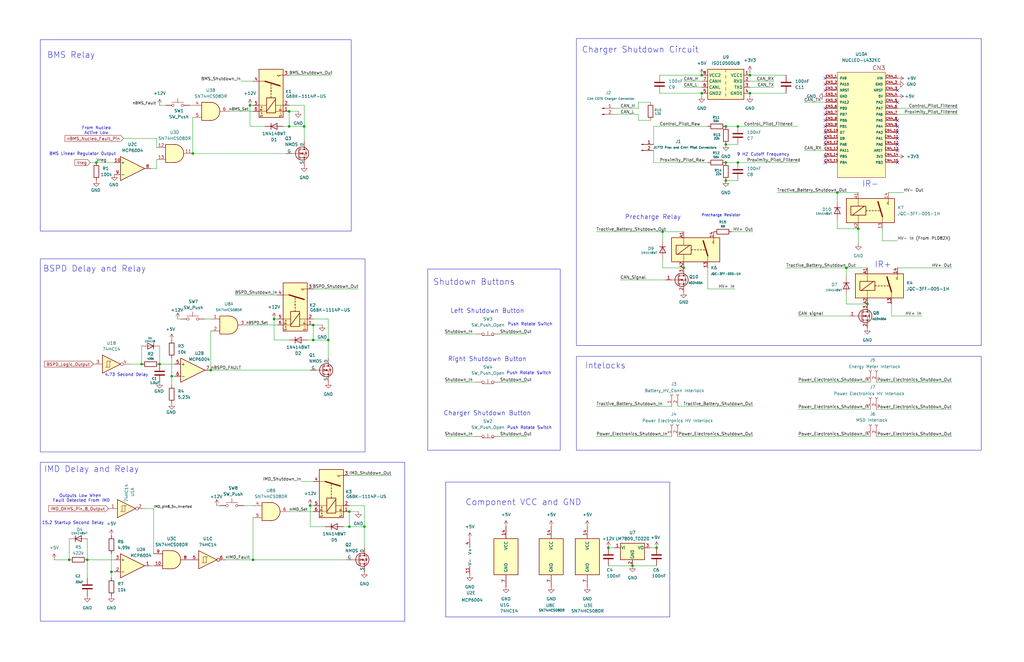
<source format=kicad_sch>
(kicad_sch (version 20250114) (generator "eeschema") (generator_version "9.0")
  (paper "B")
  (rectangle (start 187.96 203.454) (end 282.448 260.35))
  (rectangle (start 17.018 109.22) (end 153.924 190.754))
  (rectangle (start 243.078 16.256) (end 413.766 145.796))
  (rectangle (start 17.018 16.764) (end 148.082 97.536))
  (rectangle (start 17.018 195.072) (end 170.688 262.128))
  (rectangle (start 243.078 150.368) (end 413.766 189.992))
  (rectangle (start 180.34 113.538) (end 236.22 189.992))
  (text "Push Rotate Switch" (at 223.266 180.594 0) (effects (font (size 1.27 1.27))))
  (text "BSPD Delay and Relay" (at 39.878 113.538 0) (effects (font (size 2.54 2.54))))
  (text "Precharge Relay" (at 275.336 91.694 0) (effects (font (size 1.905 1.905))))
  (text "Charger Shutdown Button\n" (at 205.486 174.498 0) (effects (font (size 1.905 1.905))))
  (text "BMS Relay" (at 29.972 23.368 0) (effects (font (size 2.54 2.54))))
  (text "Charger Shutdown Circuit" (at 270.002 21.082 0) (effects (font (size 2.54 2.54))))
  (text "Right Shutdown Button" (at 205.486 151.638 0) (effects (font (size 1.905 1.905))))
  (text "Shutdown Buttons\n" (at 199.898 119.126 0) (effects (font (size 2.54 2.54))))
  (text "Left Shutdown Button\n" (at 205.486 131.318 0) (effects (font (size 1.905 1.905))))
  (text "Component VCC and GND" (at 220.726 212.09 0) (effects (font (size 2.54 2.54))))
  (text "BMS Linear Regulator Output" (at 34.798 65.024 0) (effects (font (size 1.27 1.27))))
  (text "15.2 Startup Second Delay\n" (at 30.734 220.726 0) (effects (font (size 1.27 1.27))))
  (text "Push Rotate Switch" (at 223.012 157.48 0) (effects (font (size 1.27 1.27))))
  (text "From Nucleo\nActive Low" (at 40.64 55.118 0) (effects (font (size 1.27 1.27))))
  (text "9 HZ Cutoff Frequency" (at 321.818 65.278 0) (effects (font (size 1.27 1.27))))
  (text "IR+" (at 372.364 111.76 0) (effects (font (size 2.54 2.54))))
  (text "IR-" (at 367.03 77.724 0) (effects (font (size 2.54 2.54))))
  (text "IMD Delay and Relay" (at 38.608 198.12 0) (effects (font (size 2.54 2.54))))
  (text "Intelocks" (at 255.27 154.432 0) (effects (font (size 2.54 2.54))))
  (text "4.73 Second Delay\n" (at 53.34 158.242 0) (effects (font (size 1.27 1.27))))
  (text "Precharge Resistor" (at 304.038 90.932 0) (effects (font (size 1.143 1.143))))
  (text "Push Rotate Switch" (at 223.52 136.906 0) (effects (font (size 1.27 1.27))))
  (text "Outputs Low When \nFault Detected From IMD" (at 34.29 210.312 0) (effects (font (size 1.27 1.27))))
  (junction (at 279.4 97.79))
  (junction (at 121.92 46.99))
  (junction (at 29.21 236.22))
  (junction (at 59.69 153.67))
  (junction (at 121.92 53.34))
  (junction (at 46.99 241.3))
  (junction (at 311.15 53.34))
  (junction (at 132.08 137.16))
  (junction (at 295.91 31.75))
  (junction (at 276.86 231.14))
  (junction (at 138.43 143.51))
  (junction (at 365.76 128.27))
  (junction (at 88.9 156.21))
  (junction (at 105.41 44.45))
  (junction (at 147.32 222.25))
  (junction (at 316.23 39.37))
  (junction (at 132.08 143.51))
  (junction (at 67.31 153.67))
  (junction (at 266.7 238.76))
  (junction (at 106.68 236.22))
  (junction (at 128.27 53.34))
  (junction (at 256.54 231.14))
  (junction (at 147.32 215.9))
  (junction (at 306.07 76.2))
  (junction (at 115.57 134.62))
  (junction (at 288.29 113.03))
  (junction (at 353.06 81.28))
  (junction (at 311.15 68.58))
  (junction (at 306.07 53.34))
  (junction (at 72.39 158.75))
  (junction (at 40.64 68.58))
  (junction (at 295.91 39.37))
  (junction (at 316.23 31.75))
  (junction (at 361.95 96.52))
  (junction (at 36.83 236.22))
  (junction (at 306.07 60.96))
  (junction (at 130.81 213.36))
  (junction (at 306.07 68.58))
  (junction (at 356.87 113.03))
  (junction (at 81.28 64.77))
  (junction (at 153.67 222.25))
  (no_connect (at 347.98 38.1))
  (no_connect (at 378.46 58.42))
  (no_connect (at 347.98 68.58))
  (no_connect (at 347.98 66.04))
  (no_connect (at 378.46 55.88))
  (no_connect (at 378.46 38.1))
  (no_connect (at 347.98 50.8))
  (no_connect (at 347.98 55.88))
  (no_connect (at 347.98 58.42))
  (no_connect (at 347.98 33.02))
  (no_connect (at 347.98 53.34))
  (no_connect (at 347.98 60.96))
  (no_connect (at 378.46 43.18))
  (no_connect (at 378.46 68.58))
  (no_connect (at 378.46 50.8))
  (no_connect (at 347.98 35.56))
  (no_connect (at 378.46 63.5))
  (no_connect (at 378.46 53.34))
  (no_connect (at 347.98 48.26))
  (no_connect (at 347.98 45.72))
  (no_connect (at 378.46 60.96))
  (wire (pts (xy 311.15 68.58) (xy 336.55 68.58)))
  (wire (pts (xy 135.89 137.16) (xy 132.08 137.16)))
  (wire (pts (xy 353.06 81.28) (xy 327.66 81.28)))
  (wire (pts (xy 316.23 34.29) (xy 326.39 34.29)))
  (wire (pts (xy 125.73 46.99) (xy 121.92 46.99)))
  (wire (pts (xy 311.15 53.34) (xy 336.55 53.34)))
  (wire (pts (xy 269.24 50.8) (xy 274.32 50.8)))
  (wire (pts (xy 115.57 134.62) (xy 115.57 143.51)))
  (wire (pts (xy 361.95 96.52) (xy 353.06 96.52)))
  (wire (pts (xy 369.57 184.15) (xy 401.32 184.15)))
  (wire (pts (xy 106.68 236.22) (xy 146.05 236.22)))
  (wire (pts (xy 256.54 231.14) (xy 259.08 231.14)))
  (wire (pts (xy 378.46 113.03) (xy 401.32 113.03)))
  (wire (pts (xy 128.27 44.45) (xy 128.27 53.34)))
  (wire (pts (xy 138.43 143.51) (xy 132.08 143.51)))
  (wire (pts (xy 111.76 53.34) (xy 105.41 53.34)))
  (wire (pts (xy 306.07 53.34) (xy 311.15 53.34)))
  (wire (pts (xy 130.81 213.36) (xy 130.81 222.25)))
  (wire (pts (xy 54.61 153.67) (xy 59.69 153.67)))
  (wire (pts (xy 256.54 238.76) (xy 266.7 238.76)))
  (wire (pts (xy 105.41 44.45) (xy 105.41 53.34)))
  (wire (pts (xy 372.11 101.6) (xy 378.46 101.6)))
  (wire (pts (xy 295.91 40.64) (xy 295.91 39.37)))
  (wire (pts (xy 336.55 184.15) (xy 367.03 184.15)))
  (wire (pts (xy 46.99 233.68) (xy 46.99 241.3)))
  (wire (pts (xy 74.93 134.62) (xy 76.2 134.62)))
  (wire (pts (xy 153.67 213.36) (xy 147.32 213.36)))
  (wire (pts (xy 210.82 184.15) (xy 222.25 184.15)))
  (wire (pts (xy 365.76 128.27) (xy 356.87 128.27)))
  (wire (pts (xy 339.09 63.5) (xy 347.98 63.5)))
  (wire (pts (xy 46.99 241.3) (xy 46.99 243.84)))
  (wire (pts (xy 378.46 45.72) (xy 403.86 45.72)))
  (wire (pts (xy 269.24 43.18) (xy 274.32 43.18)))
  (wire (pts (xy 36.83 236.22) (xy 36.83 243.84)))
  (wire (pts (xy 147.32 222.25) (xy 144.78 222.25)))
  (wire (pts (xy 153.67 222.25) (xy 147.32 222.25)))
  (wire (pts (xy 356.87 128.27) (xy 356.87 124.46)))
  (wire (pts (xy 339.09 43.18) (xy 347.98 43.18)))
  (wire (pts (xy 105.41 44.45) (xy 106.68 44.45)))
  (wire (pts (xy 336.55 172.72) (xy 367.03 172.72)))
  (wire (pts (xy 316.23 40.64) (xy 316.23 39.37)))
  (wire (pts (xy 67.31 146.05) (xy 67.31 153.67)))
  (wire (pts (xy 261.62 118.11) (xy 280.67 118.11)))
  (wire (pts (xy 210.82 140.97) (xy 222.25 140.97)))
  (wire (pts (xy 275.59 53.34) (xy 298.45 53.34)))
  (wire (pts (xy 88.9 139.7) (xy 88.9 156.21)))
  (wire (pts (xy 375.92 128.27) (xy 375.92 133.35)))
  (wire (pts (xy 356.87 113.03) (xy 365.76 113.03)))
  (wire (pts (xy 316.23 31.75) (xy 331.47 31.75)))
  (wire (pts (xy 288.29 36.83) (xy 295.91 36.83)))
  (wire (pts (xy 72.39 158.75) (xy 72.39 162.56)))
  (wire (pts (xy 22.86 236.22) (xy 29.21 236.22)))
  (wire (pts (xy 375.92 133.35) (xy 388.62 133.35)))
  (wire (pts (xy 52.07 58.42) (xy 66.04 58.42)))
  (wire (pts (xy 279.4 97.79) (xy 288.29 97.79)))
  (wire (pts (xy 266.7 238.76) (xy 276.86 238.76)))
  (wire (pts (xy 356.87 116.84) (xy 356.87 113.03)))
  (wire (pts (xy 308.61 97.79) (xy 317.5 97.79)))
  (wire (pts (xy 316.23 30.48) (xy 316.23 31.75)))
  (wire (pts (xy 128.27 53.34) (xy 121.92 53.34)))
  (wire (pts (xy 128.27 53.34) (xy 128.27 59.69)))
  (wire (pts (xy 138.43 134.62) (xy 132.08 134.62)))
  (wire (pts (xy 132.08 143.51) (xy 129.54 143.51)))
  (wire (pts (xy 40.64 68.58) (xy 48.26 68.58)))
  (wire (pts (xy 259.08 48.26) (xy 269.24 48.26)))
  (wire (pts (xy 38.1 68.58) (xy 40.64 68.58)))
  (wire (pts (xy 91.44 213.36) (xy 92.71 213.36)))
  (wire (pts (xy 285.75 184.15) (xy 317.5 184.15)))
  (wire (pts (xy 251.46 171.45) (xy 283.21 171.45)))
  (wire (pts (xy 130.81 213.36) (xy 132.08 213.36)))
  (wire (pts (xy 36.83 236.22) (xy 48.26 236.22)))
  (wire (pts (xy 115.57 134.62) (xy 116.84 134.62)))
  (wire (pts (xy 331.47 113.03) (xy 356.87 113.03)))
  (wire (pts (xy 139.7 31.75) (xy 121.92 31.75)))
  (wire (pts (xy 279.4 101.6) (xy 279.4 97.79)))
  (wire (pts (xy 285.75 171.45) (xy 317.5 171.45)))
  (wire (pts (xy 121.92 143.51) (xy 115.57 143.51)))
  (wire (pts (xy 298.45 121.92) (xy 309.88 121.92)))
  (wire (pts (xy 251.46 184.15) (xy 283.21 184.15)))
  (wire (pts (xy 278.13 39.37) (xy 295.91 39.37)))
  (wire (pts (xy 278.13 31.75) (xy 295.91 31.75)))
  (wire (pts (xy 46.99 241.3) (xy 48.26 241.3)))
  (wire (pts (xy 187.96 140.97) (xy 200.66 140.97)))
  (wire (pts (xy 153.67 213.36) (xy 153.67 222.25)))
  (wire (pts (xy 210.82 161.29) (xy 222.25 161.29)))
  (wire (pts (xy 99.06 124.46) (xy 116.84 124.46)))
  (wire (pts (xy 138.43 134.62) (xy 138.43 143.51)))
  (wire (pts (xy 288.29 113.03) (xy 279.4 113.03)))
  (wire (pts (xy 67.31 44.45) (xy 69.85 44.45)))
  (wire (pts (xy 106.68 236.22) (xy 106.68 218.44)))
  (wire (pts (xy 275.59 68.58) (xy 298.45 68.58)))
  (wire (pts (xy 151.13 121.92) (xy 132.08 121.92)))
  (wire (pts (xy 274.32 231.14) (xy 276.86 231.14)))
  (wire (pts (xy 275.59 63.5) (xy 275.59 68.58)))
  (wire (pts (xy 59.69 146.05) (xy 59.69 153.67)))
  (wire (pts (xy 378.46 48.26) (xy 403.86 48.26)))
  (wire (pts (xy 86.36 134.62) (xy 88.9 134.62)))
  (wire (pts (xy 72.39 158.75) (xy 73.66 158.75)))
  (wire (pts (xy 275.59 60.96) (xy 275.59 53.34)))
  (wire (pts (xy 369.57 161.29) (xy 401.32 161.29)))
  (wire (pts (xy 80.01 44.45) (xy 81.28 44.45)))
  (wire (pts (xy 306.07 60.96) (xy 311.15 60.96)))
  (wire (pts (xy 132.08 215.9) (xy 121.92 215.9)))
  (wire (pts (xy 316.23 36.83) (xy 326.39 36.83)))
  (wire (pts (xy 116.84 137.16) (xy 104.14 137.16)))
  (wire (pts (xy 316.23 39.37) (xy 331.47 39.37)))
  (wire (pts (xy 81.28 49.53) (xy 81.28 64.77)))
  (wire (pts (xy 353.06 96.52) (xy 353.06 92.71)))
  (wire (pts (xy 29.21 227.33) (xy 29.21 236.22)))
  (wire (pts (xy 36.83 227.33) (xy 36.83 236.22)))
  (wire (pts (xy 374.65 81.28) (xy 381 81.28)))
  (wire (pts (xy 88.9 156.21) (xy 130.81 156.21)))
  (wire (pts (xy 137.16 222.25) (xy 130.81 222.25)))
  (wire (pts (xy 251.46 97.79) (xy 279.4 97.79)))
  (wire (pts (xy 279.4 113.03) (xy 279.4 109.22)))
  (wire (pts (xy 269.24 45.72) (xy 269.24 43.18)))
  (wire (pts (xy 151.13 215.9) (xy 147.32 215.9)))
  (wire (pts (xy 63.5 238.76) (xy 64.77 238.76)))
  (wire (pts (xy 336.55 133.35) (xy 358.14 133.35)))
  (wire (pts (xy 106.68 46.99) (xy 96.52 46.99)))
  (wire (pts (xy 101.6 34.29) (xy 106.68 34.29)))
  (wire (pts (xy 165.1 200.66) (xy 147.32 200.66)))
  (wire (pts (xy 132.08 137.16) (xy 132.08 143.51)))
  (wire (pts (xy 372.11 96.52) (xy 372.11 101.6)))
  (wire (pts (xy 336.55 161.29) (xy 367.03 161.29)))
  (wire (pts (xy 120.65 64.77) (xy 81.28 64.77)))
  (wire (pts (xy 66.04 71.12) (xy 66.04 67.31)))
  (wire (pts (xy 64.77 214.63) (xy 60.96 214.63)))
  (wire (pts (xy 298.45 113.03) (xy 298.45 121.92)))
  (wire (pts (xy 121.92 53.34) (xy 119.38 53.34)))
  (wire (pts (xy 138.43 143.51) (xy 138.43 151.13)))
  (wire (pts (xy 153.67 222.25) (xy 153.67 231.14)))
  (wire (pts (xy 306.07 76.2) (xy 311.15 76.2)))
  (wire (pts (xy 353.06 81.28) (xy 361.95 81.28)))
  (wire (pts (xy 127 203.2) (xy 132.08 203.2)))
  (wire (pts (xy 106.68 213.36) (xy 102.87 213.36)))
  (wire (pts (xy 121.92 46.99) (xy 121.92 53.34)))
  (wire (pts (xy 95.25 236.22) (xy 106.68 236.22)))
  (wire (pts (xy 63.5 71.12) (xy 66.04 71.12)))
  (wire (pts (xy 72.39 151.13) (xy 72.39 158.75)))
  (wire (pts (xy 288.29 34.29) (xy 295.91 34.29)))
  (wire (pts (xy 361.95 96.52) (xy 361.95 102.87)))
  (wire (pts (xy 269.24 48.26) (xy 269.24 50.8)))
  (wire (pts (xy 369.57 172.72) (xy 401.32 172.72)))
  (wire (pts (xy 259.08 45.72) (xy 269.24 45.72)))
  (wire (pts (xy 353.06 85.09) (xy 353.06 81.28)))
  (wire (pts (xy 187.96 184.15) (xy 200.66 184.15)))
  (wire (pts (xy 187.96 161.29) (xy 200.66 161.29)))
  (wire (pts (xy 306.07 68.58) (xy 311.15 68.58)))
  (wire (pts (xy 67.31 153.67) (xy 73.66 153.67)))
  (wire (pts (xy 128.27 44.45) (xy 121.92 44.45)))
  (wire (pts (xy 66.04 58.42) (xy 66.04 62.23)))
  (wire (pts (xy 64.77 233.68) (xy 64.77 214.63)))
  (wire (pts (xy 147.32 215.9) (xy 147.32 222.25)))
  (label "CAN_L" (at 288.29 36.83 0))
  (label "CAN_RX" (at 326.39 34.29 180))
  (label "Control_Pilot_Filtered" (at 313.69 53.34 0))
  (label "Shutdown_Out" (at 210.82 184.15 0))
  (label "HV+ Out" (at 317.5 97.79 180))
  (label "HV- In (From PL082X)" (at 378.46 101.6 0))
  (label "Tractive_Battery_Shutdown_Out" (at 327.66 81.28 0))
  (label "Power_Electronics_Shutdown_Out" (at 401.32 184.15 180))
  (label "nBSPD_FAULT" (at 88.9 156.21 0))
  (label "Power_Electronics_Shutdown_In" (at 336.55 184.15 0))
  (label "Proximity_Pilot_Filtered" (at 403.86 48.26 180))
  (label "CAN_H" (at 288.29 34.29 0))
  (label "Power_Electronics_Shutdown_Out" (at 401.32 161.29 180))
  (label "CAN_Signal" (at 261.62 118.11 0))
  (label "Shutdown_In" (at 199.39 140.97 180))
  (label "Proximity_Pilot_Raw" (at 278.13 68.58 0))
  (label "nBSPD_Set" (at 113.03 137.16 180) (effects (font (size 1.143 1.143))))
  (label "CAN_RX" (at 339.09 63.5 0))
  (label "CAN_TX" (at 326.39 36.83 180))
  (label "nIMD_Fault" (at 105.41 236.22 180))
  (label "nIMD_Set" (at 121.92 215.9 0) (effects (font (size 1.143 1.143))))
  (label "IMD_pin8_5v_Inverted" (at 64.77 214.63 0) (effects (font (size 1.016 1.016))))
  (label "HV- Out" (at 381 81.28 0))
  (label "Tractive_Battery_Shutdown_Out" (at 251.46 97.79 0))
  (label "Shutdown_In" (at 199.39 161.29 180))
  (label "Power_Electronics_Shutdown_Out" (at 401.32 172.72 180))
  (label "CAN_TX" (at 339.09 43.18 0))
  (label "Tractive_Battery_Shutdown_Out" (at 331.47 113.03 0))
  (label "Control_Pilot_Filtered" (at 403.86 45.72 180))
  (label "Power_Electronics_Shutdown_In" (at 336.55 172.72 0))
  (label "Tractive_Battery_Shutdown_In" (at 251.46 171.45 0))
  (label "HV+ In" (at 309.88 121.92 180))
  (label "nBMS_Fault" (at 55.88 44.45 0) (effects (font (size 1.143 1.143))))
  (label "Proximity_Pilot_Filtered" (at 314.96 68.58 0))
  (label "BMS_Shutdown_Out" (at 121.92 31.75 0))
  (label "IMD_Shutdown_Out" (at 147.32 200.66 0))
  (label "HV+ Out" (at 401.32 113.03 180))
  (label "IMD_Shutdown_In" (at 127 203.2 180))
  (label "CAN_L" (at 261.62 48.26 0))
  (label "nBMS_Set" (at 96.52 46.99 0) (effects (font (size 1.143 1.143))))
  (label "Vreg" (at 40.64 68.58 0))
  (label "Power_Electronics_Shutdown_In" (at 336.55 161.29 0))
  (label "Control_Pilot_Raw" (at 278.13 53.34 0))
  (label "Shutdown_Out" (at 210.82 161.29 0))
  (label "Power_Electronics_Shutdown_Out" (at 317.5 184.15 180))
  (label "HV+ In" (at 388.62 133.35 180))
  (label "BSPD_Shutdown_In" (at 99.06 124.46 0))
  (label "Tractive_Battery_Shutdown_Out" (at 317.5 171.45 180))
  (label "Power_Electronics_Shutdown_In" (at 251.46 184.15 0))
  (label "Shutdown_Out" (at 210.82 140.97 0))
  (label "BSPD_Shutdown_Out" (at 151.13 121.92 180))
  (label "BMS_Shutdown_In" (at 101.6 34.29 180))
  (label "CAN_H" (at 261.62 45.72 0))
  (label "CAN signal" (at 336.55 133.35 0))
  (label "Shutdown_In" (at 199.39 184.15 180))
  (global_label "Vreg" (shape input) (at 38.1 68.58 180) (property "Intersheetrefs" "${INTERSHEET_REFS}" (effects (hide yes))))
  (global_label "BSPD_Logic_Output" (shape input) (at 39.37 153.67 180) (property "Intersheetrefs" "${INTERSHEET_REFS}" (effects (hide yes))))
  (global_label "nBMS_Nucleo_Fault_Pin" (shape input) (at 52.07 58.42 180) (property "Intersheetrefs" "${INTERSHEET_REFS}" (effects (hide yes))))
  (global_label "IMD_OKHS_Pin_8_Output" (shape input) (at 45.72 214.63 180) (property "Intersheetrefs" "${INTERSHEET_REFS}" (effects (hide yes))))
  (symbol (lib_id "Switch:SW_Push_Open") (at 205.74 140.97 0) (unit 1)
    (property "Reference" "SW3" (at 205.74 134.62 0))
    (property "Value" "SW_Push_Open" (at 205.74 137.16 0))
    (property "Description" "Push button switch, push-to-open, generic, two pins" (effects (hide yes)))
  )
  (symbol (lib_id "power:+3V3") (at 316.23 30.48 0) (mirror y) (unit 1)
    (property "Reference" "#PWR049" (effects (hide yes)))
    (property "Value" "+3V3" (at 316.23 25.4 0))
    (property "Description" "Power symbol creates a global label with name \"+3V3\"" (effects (hide yes)))
  )
  (symbol (lib_id "74xx:74HC14") (at 53.34 214.63 0) (unit 1)
    (property "Reference" "U1" (at 55.88 205.74 90) (effects (justify right)))
    (property "Value" "74HC14" (at 53.34 204.216 90) (effects (justify right)))
    (property "Datasheet" "http://www.ti.com/lit/gpn/sn74HC14" (effects (hide yes)))
    (property "Description" "Hex inverter schmitt trigger" (effects (hide yes)))
  )
  (symbol (lib_id "power:+5V") (at 72.39 143.51 0) (unit 1)
    (property "Reference" "#PWR07" (effects (hide yes)))
    (property "Value" "+5V" (at 71.882 138.938 0))
    (property "Description" "Power symbol creates a global label with name \"+5V\"" (effects (hide yes)))
  )
  (symbol (lib_id "power:GND") (at 347.98 40.64 270) (unit 1)
    (property "Reference" "#PWR051" (effects (hide yes)))
    (property "Value" "GND" (at 344.17 40.6399 90) (effects (justify right)))
    (property "Description" "Power symbol creates a global label with name \"GND\" , ground" (effects (hide yes)))
  )
  (symbol (lib_id "power:+5V") (at 213.36 222.25 0) (unit 1)
    (property "Reference" "#PWR018" (effects (hide yes)))
    (property "Value" "+5V" (at 213.36 217.17 0))
    (property "Description" "Power symbol creates a global label with name \"+5V\"" (effects (hide yes)))
  )
  (symbol (lib_id "Diode:1N4148WT") (at 279.4 105.41 270) (unit 1)
    (property "Reference" "D9" (at 273.05 104.902 90) (effects (justify left)))
    (property "Value" "1N4148WT" (at 270.256 106.68 90) (effects (font (size 0.889 0.889)) (justify left)))
    (property "Footprint" "Diode_SMD:D_SOD-523" (effects (hide yes)))
    (property "Datasheet" "https://www.diodes.com/assets/Datasheets/ds30396.pdf" (effects (hide yes)))
    (property "Description" "75V 0.15A Fast switching Diode, SOD-523" (effects (hide yes)))
    (property "Sim.Device" "D" (effects (hide yes)))
    (property "Sim.Pins" "1=K 2=A" (effects (hide yes)))
  )
  (symbol (lib_id "Relay:JQC-3FF-005-1H") (at 293.37 105.41 0) (unit 1)
    (property "Reference" "K6" (at 299.72 113.03 0) (effects (justify left)))
    (property "Value" "JQC-3FF-005-1H" (at 299.72 115.5701 0) (effects (font (size 0.889 0.889)) (justify left)))
    (property "Footprint" "Relay_THT:Relay_SPST_Hongfa_JQC-3FF_0XX-1H" (effects (hide yes)))
    (property "Datasheet" "https://www.digikey.com/htmldatasheets/production/2071105/0/0/1/JQC-3FF.pdf" (effects (hide yes)))
    (property "Description" "Subminiature High Power SPST NO Relay, 5V Coil nom. 0.36W, 15A switching current, max 10A@277VAC/28VDC" (effects (hide yes)))
  )
  (symbol (lib_id "Device:C") (at 67.31 157.48 0) (unit 1)
    (property "Reference" "C1" (at 64.008 159.766 0) (effects (font (size 1.016 1.016)) (justify left)))
    (property "Value" "1.0μF" (at 63.246 161.544 0) (effects (font (size 0.889 0.889)) (justify left)))
    (property "Description" "Unpolarized capacitor" (effects (hide yes)))
  )
  (symbol (lib_id "power:GND") (at 125.73 46.99 0) (mirror y) (unit 1)
    (property "Reference" "#PWR020" (effects (hide yes)))
    (property "Value" "GND" (at 125.73 52.07 0))
    (property "Description" "Power symbol creates a global label with name \"GND\" , ground" (effects (hide yes)))
  )
  (symbol (lib_id "Simulation_SPICE:NMOS") (at 125.73 64.77 0) (unit 1)
    (property "Reference" "Q3" (at 120.142 58.42 0) (effects (justify left)))
    (property "Value" "NMOS" (at 120.142 60.96 0) (effects (justify left)))
    (property "Datasheet" "https://ngspice.sourceforge.io/docs/ngspice-html-manual/manual.xhtml#cha_MOSFETs" (effects (hide yes)))
    (property "Description" "N-MOSFET transistor, drain/source/gate" (effects (hide yes)))
    (property "Sim.Device" "NMOS" (effects (hide yes)))
    (property "Sim.Type" "VDMOS" (effects (hide yes)))
    (property "Sim.Pins" "1=D 2=G 3=S" (effects (hide yes)))
  )
  (symbol (lib_id "Device:R") (at 304.8 97.79 90) (mirror x) (unit 1)
    (property "Reference" "R15" (at 306.324 93.726 90) (effects (font (size 1.016 1.016)) (justify left)))
    (property "Value" "60" (at 305.816 95.504 90) (effects (font (size 0.889 0.889)) (justify left)))
    (property "Description" "Resistor" (effects (hide yes)))
  )
  (symbol (lib_id "Connector:Conn_01x02_Pin") (at 270.51 60.96 0) (unit 1)
    (property "Reference" "J1" (at 286.004 59.69 0))
    (property "Value" "J1772 Prox and Cntrl Pilot Connectors" (at 288.798 62.23 0) (effects (font (size 0.889 0.889))))
    (property "Description" "Generic connector, single row, 01x02, script generated" (effects (hide yes)))
  )
  (symbol (lib_id "Transistor_FET:AO3400A") (at 285.75 118.11 0) (unit 1)
    (property "Reference" "Q10" (at 290.576 116.84 0) (effects (justify left)))
    (property "Value" "AO3400A" (at 290.322 119.38 0) (effects (font (size 0.889 0.889)) (justify left)))
    (property "Footprint" "Package_TO_SOT_SMD:SOT-23" (effects (hide yes)))
    (property "Datasheet" "http://www.aosmd.com/pdfs/datasheet/AO3400A.pdf" (effects (hide yes)))
    (property "Description" "30V Vds, 5.7A Id, N-Channel MOSFET, SOT-23" (effects (hide yes)))
  )
  (symbol (lib_id "Device:R") (at 302.26 53.34 90) (mirror x) (unit 1)
    (property "Reference" "R11" (at 303.53 49.53 90) (effects (font (size 1.016 1.016)) (justify left)))
    (property "Value" "56k" (at 303.276 51.054 90) (effects (font (size 0.889 0.889)) (justify left)))
    (property "Description" "Resistor" (effects (hide yes)))
  )
  (symbol (lib_id "Diode:1N4148WT") (at 353.06 88.9 270) (unit 1)
    (property "Reference" "D10" (at 346.71 88.392 90) (effects (justify left)))
    (property "Value" "1N4148WT" (at 343.916 90.17 90) (effects (font (size 0.889 0.889)) (justify left)))
    (property "Footprint" "Diode_SMD:D_SOD-523" (effects (hide yes)))
    (property "Datasheet" "https://www.diodes.com/assets/Datasheets/ds30396.pdf" (effects (hide yes)))
    (property "Description" "75V 0.15A Fast switching Diode, SOD-523" (effects (hide yes)))
    (property "Sim.Device" "D" (effects (hide yes)))
    (property "Sim.Pins" "1=K 2=A" (effects (hide yes)))
  )
  (symbol (lib_id "1FS_2_Global_Symbol_Library:G6BK-1114P-US") (at 114.3 35.56 0) (mirror x) (unit 1)
    (property "Reference" "K1" (at 121.666 38.608 0))
    (property "Value" "G6BK-1114P-US" (at 129.032 40.64 0))
    (property "Footprint" "FS_3_Global_Footprint_Library:RELAY_G6BK-1114P-US_OMR" (effects (hide yes)))
    (property "Description" "Omron G6BK-1114P-US Latching Relay." (effects (hide yes)))
  )
  (symbol (lib_id "Simulation_SPICE:NMOS") (at 135.89 156.21 0) (unit 1)
    (property "Reference" "Q1" (at 130.302 149.86 0) (effects (justify left)))
    (property "Value" "NMOS" (at 130.302 152.4 0) (effects (justify left)))
    (property "Datasheet" "https://ngspice.sourceforge.io/docs/ngspice-html-manual/manual.xhtml#cha_MOSFETs" (effects (hide yes)))
    (property "Description" "N-MOSFET transistor, drain/source/gate" (effects (hide yes)))
    (property "Sim.Device" "NMOS" (effects (hide yes)))
    (property "Sim.Type" "VDMOS" (effects (hide yes)))
    (property "Sim.Pins" "1=D 2=G 3=S" (effects (hide yes)))
  )
  (symbol (lib_id "Device:C") (at 36.83 247.65 0) (unit 1)
    (property "Reference" "C2" (at 31.75 243.078 0) (effects (font (size 1.016 1.016)) (justify left)))
    (property "Value" "33uF" (at 31.75 245.618 0) (effects (font (size 0.889 0.889)) (justify left)))
    (property "Description" "Unpolarized capacitor" (effects (hide yes)))
  )
  (symbol (lib_id "Device:C") (at 311.15 57.15 0) (mirror x) (unit 1)
    (property "Reference" "C7" (at 314.96 58.4201 0) (effects (justify left)))
    (property "Value" "100nF" (at 314.96 55.8801 0) (effects (justify left)))
    (property "Footprint" "Capacitor_SMD:C_0805_2012Metric_Pad1.18x1.45mm_HandSolder" (effects (hide yes)))
    (property "Description" "Unpolarized capacitor" (effects (hide yes)))
  )
  (symbol (lib_id "power:GND") (at 247.65 247.65 0) (unit 1)
    (property "Reference" "#PWR013" (effects (hide yes)))
    (property "Value" "GND" (at 247.65 252.73 0))
    (property "Description" "Power symbol creates a global label with name \"GND\" , ground" (effects (hide yes)))
  )
  (symbol (lib_id "power:GND") (at 198.12 242.57 0) (unit 1)
    (property "Reference" "#PWR023" (effects (hide yes)))
    (property "Value" "GND" (at 198.12 247.65 0))
    (property "Description" "Power symbol creates a global label with name \"GND\" , ground" (effects (hide yes)))
  )
  (symbol (lib_id "power:GND") (at 361.95 102.87 0) (unit 1)
    (property "Reference" "#PWR052" (effects (hide yes)))
    (property "Value" "GND" (at 361.95 107.95 0))
    (property "Description" "Power symbol creates a global label with name \"GND\" , ground" (effects (hide yes)))
  )
  (symbol (lib_id "FS_3_Global_Symbol_Library:SN74HCS08DR") (at 247.65 234.95 0) (unit 5)
    (property "Reference" "U3" (at 246.126 255.524 0) (effects (justify left)))
    (property "Value" "SN74HCS08DR" (at 240.792 257.81 0) (effects (justify left)))
    (property "Footprint" "Package_SO:SOIC-14_3.9x8.7mm_P1.27mm" (effects (hide yes)))
    (property "Datasheet" "http://www.ti.com/lit/gpn/sn74hc00" (effects (hide yes)))
    (property "Description" "quad 2-input AND gate" (effects (hide yes)))
  )
  (symbol (lib_id "power:+12V") (at 67.31 44.45 0) (mirror y) (unit 1)
    (property "Reference" "#PWR02" (effects (hide yes)))
    (property "Value" "+12V" (at 67.31 39.37 0))
    (property "Description" "Power symbol creates a global label with name \"+12V\"" (effects (hide yes)))
  )
  (symbol (lib_id "Device:R") (at 72.39 147.32 180) (unit 1)
    (property "Reference" "R3" (at 74.93 146.0499 0) (effects (justify right)))
    (property "Value" "10k" (at 74.93 148.5899 0) (effects (justify right)))
    (property "Description" "Resistor" (effects (hide yes)))
  )
  (symbol (lib_id "Simulation_SPICE:NMOS") (at 151.13 236.22 0) (unit 1)
    (property "Reference" "Q2" (at 145.542 229.87 0) (effects (justify left)))
    (property "Value" "NMOS" (at 145.542 232.41 0) (effects (justify left)))
    (property "Datasheet" "https://ngspice.sourceforge.io/docs/ngspice-html-manual/manual.xhtml#cha_MOSFETs" (effects (hide yes)))
    (property "Description" "N-MOSFET transistor, drain/source/gate" (effects (hide yes)))
    (property "Sim.Device" "NMOS" (effects (hide yes)))
    (property "Sim.Type" "VDMOS" (effects (hide yes)))
    (property "Sim.Pins" "1=D 2=G 3=S" (effects (hide yes)))
  )
  (symbol (lib_id "power:+12V") (at 74.93 134.62 0) (mirror y) (unit 1)
    (property "Reference" "#PWR046" (effects (hide yes)))
    (property "Value" "+12V" (at 74.676 130.81 0))
    (property "Description" "Power symbol creates a global label with name \"+12V\"" (effects (hide yes)))
  )
  (symbol (lib_id "power:GND") (at 135.89 137.16 0) (mirror y) (unit 1)
    (property "Reference" "#PWR017" (effects (hide yes)))
    (property "Value" "GND" (at 135.89 142.24 0))
    (property "Description" "Power symbol creates a global label with name \"GND\" , ground" (effects (hide yes)))
  )
  (symbol (lib_id "Device:R") (at 306.07 57.15 0) (mirror x) (unit 1)
    (property "Reference" "R13" (at 300.736 56.896 0) (effects (font (size 1.016 1.016)) (justify left)))
    (property "Value" "22k" (at 300.99 58.42 0) (effects (font (size 0.889 0.889)) (justify left)))
    (property "Description" "Resistor" (effects (hide yes)))
  )
  (symbol (lib_id "power:GND") (at 138.43 161.29 0) (mirror y) (unit 1)
    (property "Reference" "#PWR014" (effects (hide yes)))
    (property "Value" "GND" (at 138.43 166.37 0))
    (property "Description" "Power symbol creates a global label with name \"GND\" , ground" (effects (hide yes)))
  )
  (symbol (lib_id "power:+9V") (at 378.46 33.02 270) (unit 1)
    (property "Reference" "#PWR053" (effects (hide yes)))
    (property "Value" "+9V" (at 382.27 33.0199 90) (effects (justify left)))
    (property "Description" "Power symbol creates a global label with name \"+9V\"" (effects (hide yes)))
  )
  (symbol (lib_id "Connector:Conn_01x02_Socket") (at 367.03 167.64 90) (unit 1)
    (property "Reference" "J7" (at 366.776 163.322 90) (effects (justify right)))
    (property "Value" "Power Electronics HV Interlock" (at 351.536 166.116 90) (effects (justify right)))
    (property "Description" "Generic connector, single row, 01x02, script generated" (effects (hide yes)))
  )
  (symbol (lib_id "power:GND") (at 365.76 138.43 0) (unit 1)
    (property "Reference" "#PWR040" (effects (hide yes)))
    (property "Value" "GND" (at 365.76 143.51 0))
    (property "Description" "Power symbol creates a global label with name \"GND\" , ground" (effects (hide yes)))
  )
  (symbol (lib_id "Device:R") (at 302.26 68.58 90) (mirror x) (unit 1)
    (property "Reference" "R12" (at 303.53 64.516 90) (effects (font (size 1.016 1.016)) (justify left)))
    (property "Value" "56k" (at 303.276 66.294 90) (effects (font (size 0.889 0.889)) (justify left)))
    (property "Description" "Resistor" (effects (hide yes)))
  )
  (symbol (lib_id "power:GND") (at 306.07 60.96 0) (unit 1)
    (property "Reference" "#PWR038" (effects (hide yes)))
    (property "Value" "GND" (at 306.07 66.04 0))
    (property "Description" "Power symbol creates a global label with name \"GND\" , ground" (effects (hide yes)))
  )
  (symbol (lib_id "Switch:SW_Push") (at 74.93 44.45 0) (mirror y) (unit 1)
    (property "Reference" "SW1" (at 75.438 46.736 0))
    (property "Value" "SW_Push" (at 75.438 49.276 0))
    (property "Description" "Push button switch, generic, two pins" (effects (hide yes)))
  )
  (symbol (lib_id "power:+12V") (at 115.57 134.62 0) (mirror y) (unit 1)
    (property "Reference" "#PWR041" (effects (hide yes)))
    (property "Value" "+12V" (at 115.57 129.54 0))
    (property "Description" "Power symbol creates a global label with name \"+12V\"" (effects (hide yes)))
  )
  (symbol (lib_id "74xx:74HC14") (at 46.99 153.67 0) (unit 2)
    (property "Reference" "U1" (at 46.99 144.78 0))
    (property "Value" "74HC14" (at 46.99 147.32 0))
    (property "Datasheet" "http://www.ti.com/lit/gpn/sn74HC14" (effects (hide yes)))
    (property "Description" "Hex inverter schmitt trigger" (effects (hide yes)))
  )
  (symbol (lib_id "74xx:74HC14") (at 87.63 236.22 0) (unit 3)
    (property "Reference" "U1" (at 87.63 227.33 0))
    (property "Value" "74HC14" (at 87.63 229.87 0))
    (property "Datasheet" "http://www.ti.com/lit/gpn/sn74HC14" (effects (hide yes)))
    (property "Description" "Hex inverter schmitt trigger" (effects (hide yes)))
  )
  (symbol (lib_id "74xx:74HC14") (at 213.36 234.95 0) (unit 7)
    (property "Reference" "U1" (at 210.82 255.27 0) (effects (justify left)))
    (property "Value" "74HC14" (at 210.82 257.81 0) (effects (justify left)))
    (property "Datasheet" "http://www.ti.com/lit/gpn/sn74HC14" (effects (hide yes)))
    (property "Description" "Hex inverter schmitt trigger" (effects (hide yes)))
  )
  (symbol (lib_id "Device:R") (at 40.64 72.39 180) (unit 1)
    (property "Reference" "R1" (at 43.18 71.1199 0) (effects (justify right)))
    (property "Value" "100k" (at 42.418 73.66 0) (effects (justify right)))
    (property "Description" "Resistor" (effects (hide yes)))
  )
  (symbol (lib_id "Device:R") (at 46.99 247.65 180) (unit 1)
    (property "Reference" "R7" (at 49.53 246.3799 0) (effects (justify right)))
    (property "Value" "10k" (at 49.53 248.9199 0) (effects (justify right)))
    (property "Description" "Resistor" (effects (hide yes)))
  )
  (symbol (lib_id "Transistor_FET:AO3400A") (at 363.22 133.35 0) (unit 1)
    (property "Reference" "Q8" (at 368.046 132.08 0) (effects (justify left)))
    (property "Value" "AO3400A" (at 367.792 134.62 0) (effects (font (size 0.889 0.889)) (justify left)))
    (property "Footprint" "Package_TO_SOT_SMD:SOT-23" (effects (hide yes)))
    (property "Datasheet" "http://www.aosmd.com/pdfs/datasheet/AO3400A.pdf" (effects (hide yes)))
    (property "Description" "30V Vds, 5.7A Id, N-Channel MOSFET, SOT-23" (effects (hide yes)))
  )
  (symbol (lib_id "Amplifier_Operational:MCP6004") (at 55.88 71.12 0) (unit 3)
    (property "Reference" "U2" (at 55.88 60.96 0))
    (property "Value" "MCP6004" (at 55.88 63.5 0))
    (property "Datasheet" "http://ww1.microchip.com/downloads/en/DeviceDoc/21733j.pdf" (effects (hide yes)))
    (property "Description" "1MHz, Low-Power Op Amp, DIP-14/SOIC-14/TSSOP-14" (effects (hide yes)))
  )
  (symbol (lib_id "Device:C") (at 256.54 234.95 0) (unit 1)
    (property "Reference" "C4" (at 255.778 240.538 0) (effects (justify left)))
    (property "Value" "100nF" (at 255.778 243.078 0) (effects (justify left)))
    (property "Footprint" "Capacitor_SMD:C_0805_2012Metric_Pad1.18x1.45mm_HandSolder" (effects (hide yes)))
    (property "Description" "Unpolarized capacitor" (effects (hide yes)))
  )
  (symbol (lib_id "1FS_2_Global_Symbol_Library:G6BK-1114P-US") (at 124.46 125.73 0) (mirror x) (unit 1)
    (property "Reference" "K2" (at 131.826 128.778 0))
    (property "Value" "G6BK-1114P-US" (at 139.192 130.81 0))
    (property "Footprint" "FS_3_Global_Footprint_Library:RELAY_G6BK-1114P-US_OMR" (effects (hide yes)))
    (property "Description" "Omron G6BK-1114P-US Latching Relay." (effects (hide yes)))
  )
  (symbol (lib_id "power:GND") (at 46.99 251.46 0) (unit 1)
    (property "Reference" "#PWR012" (effects (hide yes)))
    (property "Value" "GND" (at 46.99 256.54 0))
    (property "Description" "Power symbol creates a global label with name \"GND\" , ground" (effects (hide yes)))
  )
  (symbol (lib_id "Device:R") (at 72.39 166.37 180) (unit 1)
    (property "Reference" "R4" (at 74.93 165.0999 0) (effects (justify right)))
    (property "Value" "5.23k" (at 74.93 167.6399 0) (effects (justify right)))
    (property "Description" "Resistor" (effects (hide yes)))
  )
  (symbol (lib_id "1FS_2_Global_Symbol_Library:G6BK-1114P-US") (at 139.7 204.47 0) (mirror x) (unit 1)
    (property "Reference" "K3" (at 147.066 207.518 0))
    (property "Value" "G6BK-1114P-US" (at 154.432 209.55 0))
    (property "Footprint" "FS_3_Global_Footprint_Library:RELAY_G6BK-1114P-US_OMR" (effects (hide yes)))
    (property "Description" "Omron G6BK-1114P-US Latching Relay." (effects (hide yes)))
  )
  (symbol (lib_id "power:GND") (at 72.39 170.18 0) (unit 1)
    (property "Reference" "#PWR08" (effects (hide yes)))
    (property "Value" "GND" (at 72.136 173.99 0))
    (property "Description" "Power symbol creates a global label with name \"GND\" , ground" (effects (hide yes)))
  )
  (symbol (lib_id "power:GND") (at 232.41 247.65 0) (unit 1)
    (property "Reference" "#PWR04" (effects (hide yes)))
    (property "Value" "GND" (at 232.41 252.73 0))
    (property "Description" "Power symbol creates a global label with name \"GND\" , ground" (effects (hide yes)))
  )
  (symbol (lib_id "power:GND") (at 378.46 35.56 90) (unit 1)
    (property "Reference" "#PWR054" (effects (hide yes)))
    (property "Value" "GND" (at 382.27 35.5599 90) (effects (justify right)))
    (property "Description" "Power symbol creates a global label with name \"GND\" , ground" (effects (hide yes)))
  )
  (symbol (lib_id "power:GND") (at 316.23 40.64 0) (mirror y) (unit 1)
    (property "Reference" "#PWR050" (effects (hide yes)))
    (property "Value" "GND" (at 316.23 45.72 0))
    (property "Description" "Power symbol creates a global label with name \"GND\" , ground" (effects (hide yes)))
  )
  (symbol (lib_id "power:+5V") (at 378.46 40.64 270) (unit 1)
    (property "Reference" "#PWR055" (effects (hide yes)))
    (property "Value" "+5V" (at 383.54 40.64 90))
    (property "Description" "Power symbol creates a global label with name \"+5V\"" (effects (hide yes)))
  )
  (symbol (lib_id "power:+5V") (at 247.65 222.25 0) (unit 1)
    (property "Reference" "#PWR05" (effects (hide yes)))
    (property "Value" "+5V" (at 247.65 217.17 0))
    (property "Description" "Power symbol creates a global label with name \"+5V\"" (effects (hide yes)))
  )
  (symbol (lib_id "power:GND") (at 306.07 76.2 0) (unit 1)
    (property "Reference" "#PWR039" (effects (hide yes)))
    (property "Value" "GND" (at 306.07 81.28 0))
    (property "Description" "Power symbol creates a global label with name \"GND\" , ground" (effects (hide yes)))
  )
  (symbol (lib_id "Switch:SW_Push") (at 81.28 134.62 0) (mirror y) (unit 1)
    (property "Reference" "SW7" (at 81.534 127.254 0))
    (property "Value" "SW_Push" (at 81.534 129.794 0))
    (property "Description" "Push button switch, generic, two pins" (effects (hide yes)))
  )
  (symbol (lib_id "FS_3_Global_Symbol_Library:SN74HCS08DR") (at 96.52 137.16 0) (unit 1)
    (property "Reference" "U8" (at 96.5117 128.27 0))
    (property "Value" "SN74HCS08DR" (at 96.5117 130.81 0) (effects (font (size 1.016 1.016))))
    (property "Footprint" "Package_SO:SOIC-14_3.9x8.7mm_P1.27mm" (effects (hide yes)))
    (property "Datasheet" "http://www.ti.com/lit/gpn/sn74hc00" (effects (hide yes)))
    (property "Description" "quad 2-input AND gate" (effects (hide yes)))
  )
  (symbol (lib_id "FS_3_Global_Symbol_Library:SN74HCS08DR") (at 232.41 234.95 0) (unit 5)
    (property "Reference" "U8" (at 230.124 255.524 0) (effects (justify left)))
    (property "Value" "SN74HCS08DR" (at 227.076 257.556 0) (effects (font (size 1.016 1.016)) (justify left)))
    (property "Footprint" "Package_SO:SOIC-14_3.9x8.7mm_P1.27mm" (effects (hide yes)))
    (property "Datasheet" "http://www.ti.com/lit/gpn/sn74hc00" (effects (hide yes)))
    (property "Description" "quad 2-input AND gate" (effects (hide yes)))
  )
  (symbol (lib_id "Diode:1N4148WT") (at 33.02 227.33 0) (unit 1)
    (property "Reference" "D4" (at 32.258 223.52 0) (effects (justify left)))
    (property "Value" "1N4148WT" (at 29.972 225.044 0) (effects (font (size 0.889 0.889)) (justify left)))
    (property "Footprint" "Diode_SMD:D_SOD-523" (effects (hide yes)))
    (property "Datasheet" "https://www.diodes.com/assets/Datasheets/ds30396.pdf" (effects (hide yes)))
    (property "Description" "75V 0.15A Fast switching Diode, SOD-523" (effects (hide yes)))
    (property "Sim.Device" "D" (effects (hide yes)))
    (property "Sim.Pins" "1=K 2=A" (effects (hide yes)))
  )
  (symbol (lib_id "power:GND") (at 266.7 238.76 0) (unit 1)
    (property "Reference" "#PWR032" (effects (hide yes)))
    (property "Value" "GND" (at 266.7 243.84 0))
    (property "Description" "Power symbol creates a global label with name \"GND\" , ground" (effects (hide yes)))
  )
  (symbol (lib_id "power:+3V3") (at 378.46 66.04 270) (unit 1)
    (property "Reference" "#PWR056" (effects (hide yes)))
    (property "Value" "+3V3" (at 382.27 66.0399 90) (effects (justify left)))
    (property "Description" "Power symbol creates a global label with name \"+3V3\"" (effects (hide yes)))
  )
  (symbol (lib_id "Device:C") (at 311.15 72.39 0) (mirror x) (unit 1)
    (property "Reference" "C8" (at 314.96 73.6601 0) (effects (justify left)))
    (property "Value" "100nF" (at 314.96 71.1201 0) (effects (justify left)))
    (property "Footprint" "Capacitor_SMD:C_0805_2012Metric_Pad1.18x1.45mm_HandSolder" (effects (hide yes)))
    (property "Description" "Unpolarized capacitor" (effects (hide yes)))
  )
  (symbol (lib_id "power:GND") (at 151.13 215.9 0) (mirror y) (unit 1)
    (property "Reference" "#PWR059" (effects (hide yes)))
    (property "Value" "GND" (at 151.13 220.98 0))
    (property "Description" "Power symbol creates a global label with name \"GND\" , ground" (effects (hide yes)))
  )
  (symbol (lib_id "power:+12V") (at 91.44 213.36 0) (mirror y) (unit 1)
    (property "Reference" "#PWR027" (effects (hide yes)))
    (property "Value" "+12V" (at 91.186 209.55 0))
    (property "Description" "Power symbol creates a global label with name \"+12V\"" (effects (hide yes)))
  )
  (symbol (lib_id "power:+5V") (at 46.99 226.06 0) (unit 1)
    (property "Reference" "#PWR011" (effects (hide yes)))
    (property "Value" "+5V" (at 46.99 220.98 0))
    (property "Description" "Power symbol creates a global label with name \"+5V\"" (effects (hide yes)))
  )
  (symbol (lib_id "power:GND") (at 153.67 241.3 0) (mirror y) (unit 1)
    (property "Reference" "#PWR060" (effects (hide yes)))
    (property "Value" "GND" (at 153.67 246.38 0))
    (property "Description" "Power symbol creates a global label with name \"GND\" , ground" (effects (hide yes)))
  )
  (symbol (lib_id "Device:C") (at 276.86 234.95 0) (unit 1)
    (property "Reference" "C6" (at 275.336 240.538 0) (effects (justify left)))
    (property "Value" "100nF" (at 274.828 243.078 0) (effects (justify left)))
    (property "Footprint" "Capacitor_SMD:C_0805_2012Metric_Pad1.18x1.45mm_HandSolder" (effects (hide yes)))
    (property "Description" "Unpolarized capacitor" (effects (hide yes)))
  )
  (symbol (lib_id "power:+5V") (at 198.12 227.33 0) (unit 1)
    (property "Reference" "#PWR022" (effects (hide yes)))
    (property "Value" "+5V" (at 198.12 222.25 0))
    (property "Description" "Power symbol creates a global label with name \"+5V\"" (effects (hide yes)))
  )
  (symbol (lib_id "Amplifier_Operational:MCP6004") (at 55.88 238.76 0) (unit 1)
    (property "Reference" "U2" (at 59.436 231.902 0))
    (property "Value" "MCP6004" (at 59.436 234.442 0))
    (property "Datasheet" "http://ww1.microchip.com/downloads/en/DeviceDoc/21733j.pdf" (effects (hide yes)))
    (property "Description" "1MHz, Low-Power Op Amp, DIP-14/SOIC-14/TSSOP-14" (effects (hide yes)))
  )
  (symbol (lib_id "FS_3_Global_Symbol_Library:SN74HCS08DR") (at 72.39 236.22 0) (unit 3)
    (property "Reference" "U3" (at 72.3817 227.33 0))
    (property "Value" "SN74HCS08DR" (at 72.3817 229.87 0))
    (property "Footprint" "Package_SO:SOIC-14_3.9x8.7mm_P1.27mm" (effects (hide yes)))
    (property "Datasheet" "http://www.ti.com/lit/gpn/sn74hc00" (effects (hide yes)))
    (property "Description" "quad 2-input AND gate" (effects (hide yes)))
  )
  (symbol (lib_id "Diode:1N4148") (at 63.5 146.05 180) (unit 1)
    (property "Reference" "D3" (at 64.008 142.748 0) (effects (font (size 0.762 0.762)) (justify left)))
    (property "Value" "1N4148" (at 65.532 144.018 0) (effects (font (size 0.762 0.762)) (justify left)))
    (property "Footprint" "Diode_THT:D_DO-35_SOD27_P7.62mm_Horizontal" (effects (hide yes)))
    (property "Datasheet" "https://assets.nexperia.com/documents/data-sheet/1N4148_1N4448.pdf" (effects (hide yes)))
    (property "Description" "100V 0.15A standard switching diode, DO-35" (effects (hide yes)))
    (property "Sim.Device" "D" (effects (hide yes)))
    (property "Sim.Pins" "1=K 2=A" (effects (hide yes)))
  )
  (symbol (lib_id "power:GND") (at 128.27 69.85 0) (mirror y) (unit 1)
    (property "Reference" "#PWR021" (effects (hide yes)))
    (property "Value" "GND" (at 128.27 74.93 0))
    (property "Description" "Power symbol creates a global label with name \"GND\" , ground" (effects (hide yes)))
  )
  (symbol (lib_id "Connector:Conn_01x02_Pin") (at 254 45.72 0) (unit 1)
    (property "Reference" "J2" (at 256.54 39.116 0))
    (property "Value" "CAN COTS Charger Connector" (at 257.556 41.656 0) (effects (font (size 0.889 0.889))))
    (property "Description" "Generic connector, single row, 01x02, script generated" (effects (hide yes)))
  )
  (symbol (lib_id "power:GND") (at 213.36 247.65 0) (unit 1)
    (property "Reference" "#PWR016" (effects (hide yes)))
    (property "Value" "GND" (at 213.36 252.73 0))
    (property "Description" "Power symbol creates a global label with name \"GND\" , ground" (effects (hide yes)))
  )
  (symbol (lib_id "Amplifier_Operational:MCP6004") (at 81.28 156.21 0) (unit 2)
    (property "Reference" "U2" (at 84.074 149.098 0))
    (property "Value" "MCP6004" (at 84.074 151.638 0))
    (property "Datasheet" "http://ww1.microchip.com/downloads/en/DeviceDoc/21733j.pdf" (effects (hide yes)))
    (property "Description" "1MHz, Low-Power Op Amp, DIP-14/SOIC-14/TSSOP-14" (effects (hide yes)))
  )
  (symbol (lib_id "Connector:Conn_01x02_Socket") (at 283.21 166.37 90) (unit 1)
    (property "Reference" "J3" (at 282.956 162.052 90) (effects (justify right)))
    (property "Value" "Battery_HV_Conn Interlock" (at 271.78 164.846 90) (effects (justify right)))
    (property "Description" "Generic connector, single row, 01x02, script generated" (effects (hide yes)))
  )
  (symbol (lib_id "power:GND") (at 67.31 161.29 0) (unit 1)
    (property "Reference" "#PWR06" (effects (hide yes)))
    (property "Value" "GND" (at 67.056 165.1 0))
    (property "Description" "Power symbol creates a global label with name \"GND\" , ground" (effects (hide yes)))
  )
  (symbol (lib_id "power:+12V") (at 130.81 213.36 0) (mirror y) (unit 1)
    (property "Reference" "#PWR030" (effects (hide yes)))
    (property "Value" "+12V" (at 130.81 208.28 0))
    (property "Description" "Power symbol creates a global label with name \"+12V\"" (effects (hide yes)))
  )
  (symbol (lib_id "Diode:1N4148WT") (at 115.57 53.34 0) (unit 1)
    (property "Reference" "D1" (at 115.57 58.928 0))
    (property "Value" "1N4148WT" (at 115.57 56.388 0))
    (property "Footprint" "Diode_SMD:D_SOD-523" (effects (hide yes)))
    (property "Datasheet" "https://www.diodes.com/assets/Datasheets/ds30396.pdf" (effects (hide yes)))
    (property "Description" "75V 0.15A Fast switching Diode, SOD-523" (effects (hide yes)))
    (property "Sim.Device" "D" (effects (hide yes)))
    (property "Sim.Pins" "1=K 2=A" (effects (hide yes)))
  )
  (symbol (lib_id "Device:R") (at 33.02 236.22 90) (unit 1)
    (property "Reference" "R5" (at 33.02 230.886 90))
    (property "Value" "422k" (at 33.02 233.426 90))
    (property "Description" "Resistor" (effects (hide yes)))
  )
  (symbol (lib_id "Device:R") (at 46.99 229.87 180) (unit 1)
    (property "Reference" "R6" (at 49.53 228.5999 0) (effects (justify right)))
    (property "Value" "4.99k" (at 49.53 231.1399 0) (effects (justify right)))
    (property "Description" "Resistor" (effects (hide yes)))
  )
  (symbol (lib_id "power:+9V") (at 276.86 231.14 0) (unit 1)
    (property "Reference" "#PWR035" (effects (hide yes)))
    (property "Value" "+9V" (at 276.352 226.822 0))
    (property "Description" "Power symbol creates a global label with name \"+9V\"" (effects (hide yes)))
  )
  (symbol (lib_id "Interface_CAN_LIN:ISO1050DUB") (at 306.07 34.29 0) (mirror y) (unit 1)
    (property "Reference" "U9" (at 306.07 24.13 0))
    (property "Value" "ISO1050DUB" (at 306.07 26.67 0))
    (property "Footprint" "Package_SO:SOP-8_6.62x9.15mm_P2.54mm" (effects (hide yes)))
    (property "Datasheet" "http://www.ti.com/lit/ds/symlink/iso1050.pdf" (effects (hide yes)))
    (property "Description" "Isolated CAN Transceiver, SOP-8" (effects (hide yes)))
  )
  (symbol (lib_id "power:GND") (at 48.26 73.66 0) (unit 1)
    (property "Reference" "#PWR03" (effects (hide yes)))
    (property "Value" "GND" (at 48.006 77.978 0))
    (property "Description" "Power symbol creates a global label with name \"GND\" , ground" (effects (hide yes)))
  )
  (symbol (lib_id "power:+5V") (at 22.86 236.22 0) (unit 1)
    (property "Reference" "#PWR09" (effects (hide yes)))
    (property "Value" "+5V" (at 22.86 231.14 0))
    (property "Description" "Power symbol creates a global label with name \"+5V\"" (effects (hide yes)))
  )
  (symbol (lib_id "1FS_2_Global_Symbol_Library:NUCLEO-L432KC") (at 363.22 48.26 0) (unit 1)
    (property "Reference" "U10" (at 363.22 22.86 0))
    (property "Value" "NUCLEO-L432KC" (at 363.22 25.4 0))
    (property "Footprint" "FS_3_Global_Footprint_Library:NUCLEO-L432KC" (effects (hide yes)))
    (property "Description" "STM32 Microcontroller" (effects (hide yes)))
    (property "PARTREV" "N/A" (effects (hide yes)))
    (property "STANDARD" "Manufacturer Recommendations" (effects (hide yes)))
    (property "MAXIMUM_PACKAGE_HEIGHT" "N/A" (effects (hide yes)))
    (property "MANUFACTURER" "ST Microelectronics" (effects (hide yes)))
  )
  (symbol (lib_id "power:+5V") (at 232.41 222.25 0) (unit 1)
    (property "Reference" "#PWR015" (effects (hide yes)))
    (property "Value" "+5V" (at 232.41 217.17 0))
    (property "Description" "Power symbol creates a global label with name \"+5V\"" (effects (hide yes)))
  )
  (symbol (lib_id "power:+12V") (at 105.41 44.45 0) (mirror y) (unit 1)
    (property "Reference" "#PWR034" (effects (hide yes)))
    (property "Value" "+12V" (at 105.41 39.37 0))
    (property "Description" "Power symbol creates a global label with name \"+12V\"" (effects (hide yes)))
  )
  (symbol (lib_id "power:+12V") (at 256.54 231.14 0) (unit 1)
    (property "Reference" "#PWR029" (effects (hide yes)))
    (property "Value" "+12V" (at 256.54 227.33 0))
    (property "Description" "Power symbol creates a global label with name \"+12V\"" (effects (hide yes)))
  )
  (symbol (lib_id "Switch:SW_Push_Open") (at 205.74 184.15 0) (unit 1)
    (property "Reference" "SW2" (at 205.74 177.8 0))
    (property "Value" "SW_Push_Open" (at 205.74 180.34 0))
    (property "Description" "Push button switch, push-to-open, generic, two pins" (effects (hide yes)))
  )
  (symbol (lib_id "Device:C") (at 278.13 35.56 0) (mirror x) (unit 1)
    (property "Reference" "C9" (at 281.94 36.8301 0) (effects (justify left)))
    (property "Value" "100nF" (at 281.94 34.2901 0) (effects (justify left)))
    (property "Footprint" "Capacitor_SMD:C_0805_2012Metric_Pad1.18x1.45mm_HandSolder" (effects (hide yes)))
    (property "Description" "Unpolarized capacitor" (effects (hide yes)))
  )
  (symbol (lib_id "Device:C") (at 331.47 35.56 0) (mirror x) (unit 1)
    (property "Reference" "C11" (at 335.28 36.8301 0) (effects (justify left)))
    (property "Value" "100nF" (at 335.28 34.2901 0) (effects (justify left)))
    (property "Footprint" "Capacitor_SMD:C_0805_2012Metric_Pad1.18x1.45mm_HandSolder" (effects (hide yes)))
    (property "Description" "Unpolarized capacitor" (effects (hide yes)))
  )
  (symbol (lib_id "power:GND") (at 295.91 40.64 0) (mirror y) (unit 1)
    (property "Reference" "#PWR045" (effects (hide yes)))
    (property "Value" "GND" (at 295.91 45.72 0))
    (property "Description" "Power symbol creates a global label with name \"GND\" , ground" (effects (hide yes)))
  )
  (symbol (lib_id "Device:R") (at 274.32 46.99 180) (unit 1)
    (property "Reference" "R10" (at 275.844 46.482 0) (effects (font (size 1.016 1.016)) (justify right)))
    (property "Value" "120" (at 276.098 48.006 0) (effects (font (size 0.889 0.889)) (justify right)))
    (property "Description" "Resistor" (effects (hide yes)))
  )
  (symbol (lib_id "power:+5V") (at 295.91 31.75 0) (mirror y) (unit 1)
    (property "Reference" "#PWR044" (effects (hide yes)))
    (property "Value" "+5V" (at 295.91 26.67 0))
    (property "Description" "Power symbol creates a global label with name \"+5V\"" (effects (hide yes)))
  )
  (symbol (lib_id "Diode:1N4148WT") (at 140.97 222.25 0) (unit 1)
    (property "Reference" "D5" (at 140.97 227.838 0))
    (property "Value" "1N4148WT" (at 140.97 225.298 0))
    (property "Footprint" "Diode_SMD:D_SOD-523" (effects (hide yes)))
    (property "Datasheet" "https://www.diodes.com/assets/Datasheets/ds30396.pdf" (effects (hide yes)))
    (property "Description" "75V 0.15A Fast switching Diode, SOD-523" (effects (hide yes)))
    (property "Sim.Device" "D" (effects (hide yes)))
    (property "Sim.Pins" "1=K 2=A" (effects (hide yes)))
  )
  (symbol (lib_id "power:GND") (at 288.29 123.19 0) (unit 1)
    (property "Reference" "#PWR043" (effects (hide yes)))
    (property "Value" "GND" (at 288.29 127.508 0))
    (property "Description" "Power symbol creates a global label with name \"GND\" , ground" (effects (hide yes)))
  )
  (symbol (lib_id "Amplifier_Operational:MCP6004") (at 200.66 234.95 0) (unit 5)
    (property "Reference" "U2" (at 196.596 250.19 0) (effects (justify left)))
    (property "Value" "MCP6004" (at 194.564 253.238 0) (effects (justify left)))
    (property "Datasheet" "http://ww1.microchip.com/downloads/en/DeviceDoc/21733j.pdf" (effects (hide yes)))
    (property "Description" "1MHz, Low-Power Op Amp, DIP-14/SOIC-14/TSSOP-14" (effects (hide yes)))
  )
  (symbol (lib_id "Device:R") (at 63.5 153.67 270) (unit 1)
    (property "Reference" "R2" (at 63.5 149.352 90))
    (property "Value" "430k" (at 63.5 151.384 90) (effects (font (size 0.762 0.762))))
    (property "Description" "Resistor" (effects (hide yes)))
  )
  (symbol (lib_id "Connector:Conn_01x02_Socket") (at 367.03 179.07 90) (unit 1)
    (property "Reference" "J6" (at 366.776 174.752 90) (effects (justify right)))
    (property "Value" "MSD Interlock" (at 360.934 177.292 90) (effects (justify right)))
    (property "Description" "Generic connector, single row, 01x02, script generated" (effects (hide yes)))
  )
  (symbol (lib_id "power:GND") (at 40.64 76.2 0) (unit 1)
    (property "Reference" "#PWR01" (effects (hide yes)))
    (property "Value" "GND" (at 40.386 80.264 0))
    (property "Description" "Power symbol creates a global label with name \"GND\" , ground" (effects (hide yes)))
  )
  (symbol (lib_id "Connector:Conn_01x02_Socket") (at 367.03 156.21 90) (unit 1)
    (property "Reference" "J5" (at 366.776 151.892 90) (effects (justify right)))
    (property "Value" "Energy Meter Interlock" (at 357.886 154.686 90) (effects (justify right)))
    (property "Description" "Generic connector, single row, 01x02, script generated" (effects (hide yes)))
  )
  (symbol (lib_id "FS_3_Global_Symbol_Library:SN74HCS08DR") (at 88.9 46.99 0) (unit 2)
    (property "Reference" "U3" (at 88.8917 38.1 0))
    (property "Value" "SN74HCS08DR" (at 88.8917 40.64 0))
    (property "Footprint" "Package_SO:SOIC-14_3.9x8.7mm_P1.27mm" (effects (hide yes)))
    (property "Datasheet" "http://www.ti.com/lit/gpn/sn74hc00" (effects (hide yes)))
    (property "Description" "quad 2-input AND gate" (effects (hide yes)))
  )
  (symbol (lib_id "FS_3_Global_Symbol_Library:SN74HCS08DR") (at 73.66 64.77 0) (unit 4)
    (property "Reference" "U3" (at 73.6517 55.88 0))
    (property "Value" "SN74HCS08DR" (at 73.6517 58.42 0))
    (property "Footprint" "Package_SO:SOIC-14_3.9x8.7mm_P1.27mm" (effects (hide yes)))
    (property "Datasheet" "http://www.ti.com/lit/gpn/sn74hc00" (effects (hide yes)))
    (property "Description" "quad 2-input AND gate" (effects (hide yes)))
  )
  (symbol (lib_id "Diode:1N4148WT") (at 356.87 120.65 270) (unit 1)
    (property "Reference" "D7" (at 350.52 120.142 90) (effects (justify left)))
    (property "Value" "1N4148WT" (at 348.234 122.428 90) (effects (font (size 0.889 0.889)) (justify left)))
    (property "Footprint" "Diode_SMD:D_SOD-523" (effects (hide yes)))
    (property "Datasheet" "https://www.diodes.com/assets/Datasheets/ds30396.pdf" (effects (hide yes)))
    (property "Description" "75V 0.15A Fast switching Diode, SOD-523" (effects (hide yes)))
    (property "Sim.Device" "D" (effects (hide yes)))
    (property "Sim.Pins" "1=K 2=A" (effects (hide yes)))
  )
  (symbol (lib_id "Regulator_Linear:LM7809_TO220") (at 266.7 231.14 0) (unit 1)
    (property "Reference" "U7" (at 266.7 224.79 0))
    (property "Value" "LM7809_TO220" (at 266.7 227.33 0))
    (property "Footprint" "Package_TO_SOT_THT:TO-220-3_Vertical" (effects (hide yes)))
    (property "Datasheet" "https://www.onsemi.cn/PowerSolutions/document/MC7800-D.PDF" (effects (hide yes)))
    (property "Description" "Positive 1A 35V Linear Regulator, Fixed Output 9V, TO-220" (effects (hide yes)))
  )
  (symbol (lib_id "Switch:SW_Push_Open") (at 205.74 161.29 0) (unit 1)
    (property "Reference" "SW4" (at 205.74 154.94 0))
    (property "Value" "SW_Push_Open" (at 205.74 157.48 0))
    (property "Description" "Push button switch, push-to-open, generic, two pins" (effects (hide yes)))
  )
  (symbol (lib_id "Relay:JQC-3FF-005-1H") (at 370.84 120.65 0) (unit 1)
    (property "Reference" "K4" (at 382.27 119.3799 0) (effects (justify left)))
    (property "Value" "JQC-3FF-005-1H" (at 382.27 121.9199 0) (effects (justify left)))
    (property "Footprint" "Relay_THT:Relay_SPST_Hongfa_JQC-3FF_0XX-1H" (effects (hide yes)))
    (property "Datasheet" "https://www.digikey.com/htmldatasheets/production/2071105/0/0/1/JQC-3FF.pdf" (effects (hide yes)))
    (property "Description" "Subminiature High Power SPST NO Relay, 5V Coil nom. 0.36W, 15A switching current, max 10A@277VAC/28VDC" (effects (hide yes)))
  )
  (symbol (lib_id "Diode:1N4148WT") (at 125.73 143.51 0) (unit 1)
    (property "Reference" "D2" (at 125.73 149.098 0))
    (property "Value" "1N4148WT" (at 125.73 146.558 0))
    (property "Footprint" "Diode_SMD:D_SOD-523" (effects (hide yes)))
    (property "Datasheet" "https://www.diodes.com/assets/Datasheets/ds30396.pdf" (effects (hide yes)))
    (property "Description" "75V 0.15A Fast switching Diode, SOD-523" (effects (hide yes)))
    (property "Sim.Device" "D" (effects (hide yes)))
    (property "Sim.Pins" "1=K 2=A" (effects (hide yes)))
  )
  (symbol (lib_id "Switch:SW_Push") (at 97.79 213.36 0) (mirror y) (unit 1)
    (property "Reference" "SW8" (at 98.298 205.994 0))
    (property "Value" "SW_Push" (at 98.298 208.534 0))
    (property "Description" "Push button switch, generic, two pins" (effects (hide yes)))
  )
  (symbol (lib_id "Connector:Conn_01x02_Socket") (at 283.21 179.07 90) (unit 1)
    (property "Reference" "J4" (at 282.956 174.752 90) (effects (justify right)))
    (property "Value" "Power Electronics HV Interlock" (at 270.764 177.546 90) (effects (justify right)))
    (property "Description" "Generic connector, single row, 01x02, script generated" (effects (hide yes)))
  )
  (symbol (lib_id "Relay:JQC-3FF-005-1H") (at 367.03 88.9 0) (unit 1)
    (property "Reference" "K7" (at 378.46 87.6299 0) (effects (justify left)))
    (property "Value" "JQC-3FF-005-1H" (at 378.46 90.1699 0) (effects (justify left)))
    (property "Footprint" "Relay_THT:Relay_SPST_Hongfa_JQC-3FF_0XX-1H" (effects (hide yes)))
    (property "Datasheet" "https://www.digikey.com/htmldatasheets/production/2071105/0/0/1/JQC-3FF.pdf" (effects (hide yes)))
    (property "Description" "Subminiature High Power SPST NO Relay, 5V Coil nom. 0.36W, 15A switching current, max 10A@277VAC/28VDC" (effects (hide yes)))
  )
  (symbol (lib_id "Device:R") (at 306.07 72.39 0) (mirror x) (unit 1)
    (property "Reference" "R14" (at 301.244 71.882 0) (effects (font (size 1.016 1.016)) (justify left)))
    (property "Value" "22k" (at 301.752 73.406 0) (effects (font (size 0.889 0.889)) (justify left)))
    (property "Description" "Resistor" (effects (hide yes)))
  )
  (symbol (lib_id "FS_3_Global_Symbol_Library:SN74HCS08DR") (at 114.3 215.9 0) (unit 2)
    (property "Reference" "U8" (at 114.2917 207.01 0))
    (property "Value" "SN74HCS08DR" (at 114.2917 209.55 0))
    (property "Footprint" "Package_SO:SOIC-14_3.9x8.7mm_P1.27mm" (effects (hide yes)))
    (property "Datasheet" "http://www.ti.com/lit/gpn/sn74hc00" (effects (hide yes)))
    (property "Description" "quad 2-input AND gate" (effects (hide yes)))
  )
  (symbol (lib_id "power:GND") (at 36.83 251.46 0) (unit 1)
    (property "Reference" "#PWR010" (effects (hide yes)))
    (property "Value" "GND" (at 36.83 256.54 0))
    (property "Description" "Power symbol creates a global label with name \"GND\" , ground" (effects (hide yes)))
  )
)
</source>
